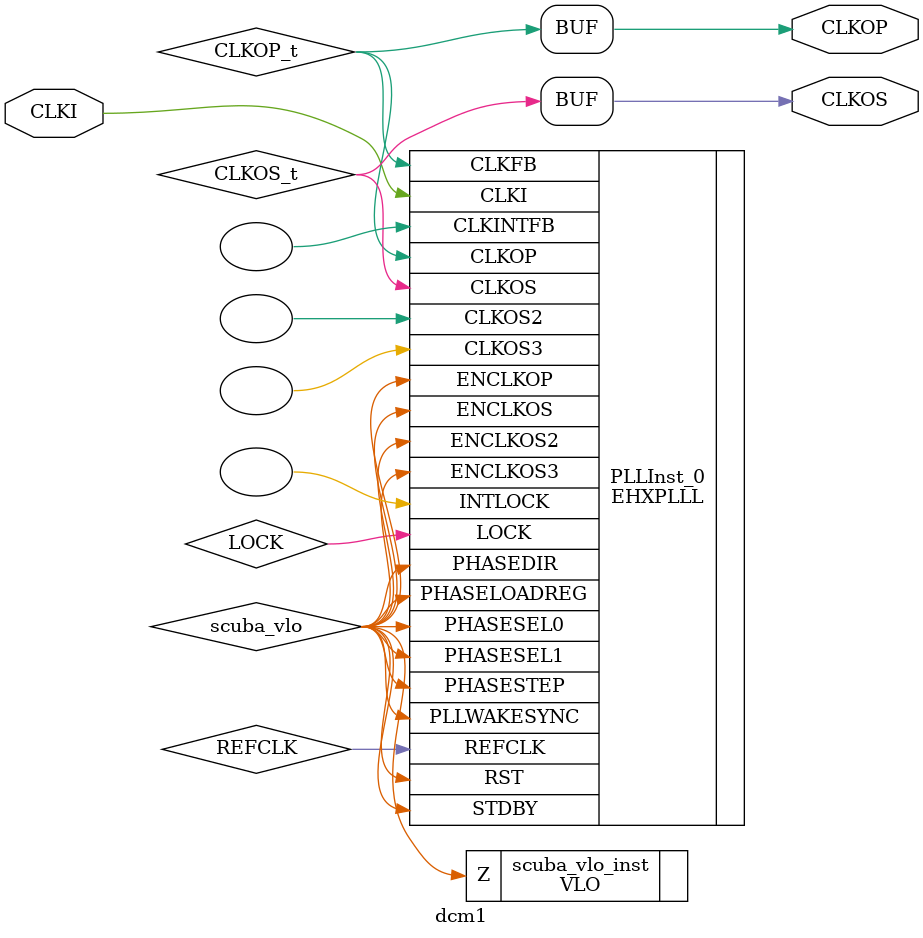
<source format=v>
/* Verilog netlist generated by SCUBA Diamond (64-bit) 3.9.1.119 */
/* Module Version: 5.7 */
/* C:\lscc\diamond\3.9_x64\ispfpga\bin\nt64\scuba.exe -w -n dcm1 -lang verilog -synth synplify -bus_exp 7 -bb -arch sa5p00 -type pll -fin 25.00 -fclkop 75 -fclkop_tol 5.0 -fclkos 375 -fclkos_tol 2.0 -phases 0 -phase_cntl STATIC -fb_mode 1 -bw HIGH -fdc C:/lscc/diamond/3.9_x64/examples/Oberon_SDRAM/dcm1/dcm1.fdc  */
/* Thu Feb 22 10:35:18 2018 */


`timescale 1 ns / 1 ps
module dcm1 (CLKI, CLKOP, CLKOS)/* synthesis NGD_DRC_MASK=1 */;
    input wire CLKI;
    output wire CLKOP;
    output wire CLKOS;

    wire REFCLK;
    wire LOCK;
    wire CLKOS_t;
    wire CLKOP_t;
    wire scuba_vhi;
    wire scuba_vlo;

    VHI scuba_vhi_inst (.Z(scuba_vhi));

    VLO scuba_vlo_inst (.Z(scuba_vlo));

    defparam PLLInst_0.PLLRST_ENA = "DISABLED" ;
    defparam PLLInst_0.INTFB_WAKE = "DISABLED" ;
    defparam PLLInst_0.STDBY_ENABLE = "DISABLED" ;
    defparam PLLInst_0.DPHASE_SOURCE = "DISABLED" ;
    defparam PLLInst_0.CLKOS3_FPHASE = 0 ;
    defparam PLLInst_0.CLKOS3_CPHASE = 0 ;
    defparam PLLInst_0.CLKOS2_FPHASE = 0 ;
    defparam PLLInst_0.CLKOS2_CPHASE = 0 ;
    defparam PLLInst_0.CLKOS_FPHASE = 0 ;
    defparam PLLInst_0.CLKOS_CPHASE = 1 ;
    defparam PLLInst_0.CLKOP_FPHASE = 0 ;
    defparam PLLInst_0.CLKOP_CPHASE = 9 ;
    defparam PLLInst_0.PLL_LOCK_MODE = 0 ;
    defparam PLLInst_0.CLKOS_TRIM_DELAY = 0 ;
    defparam PLLInst_0.CLKOS_TRIM_POL = "FALLING" ;
    defparam PLLInst_0.CLKOP_TRIM_DELAY = 0 ;
    defparam PLLInst_0.CLKOP_TRIM_POL = "FALLING" ;
    defparam PLLInst_0.OUTDIVIDER_MUXD = "DIVD" ;
    defparam PLLInst_0.CLKOS3_ENABLE = "DISABLED" ;
    defparam PLLInst_0.OUTDIVIDER_MUXC = "DIVC" ;
    defparam PLLInst_0.CLKOS2_ENABLE = "DISABLED" ;
    defparam PLLInst_0.OUTDIVIDER_MUXB = "DIVB" ;
    defparam PLLInst_0.CLKOS_ENABLE = "ENABLED" ;
    defparam PLLInst_0.OUTDIVIDER_MUXA = "DIVA" ;
    defparam PLLInst_0.CLKOP_ENABLE = "ENABLED" ;
    defparam PLLInst_0.CLKOS3_DIV = 1 ;
    defparam PLLInst_0.CLKOS2_DIV = 1 ;
    defparam PLLInst_0.CLKOS_DIV = 2 ;
    defparam PLLInst_0.CLKOP_DIV = 10 ;
    defparam PLLInst_0.CLKFB_DIV = 3 ;
    defparam PLLInst_0.CLKI_DIV = 1 ;
    defparam PLLInst_0.FEEDBK_PATH = "CLKOP" ;
    EHXPLLL PLLInst_0 (.CLKI(CLKI), .CLKFB(CLKOP_t), .PHASESEL1(scuba_vlo), 
        .PHASESEL0(scuba_vlo), .PHASEDIR(scuba_vlo), .PHASESTEP(scuba_vlo), 
        .PHASELOADREG(scuba_vlo), .STDBY(scuba_vlo), .PLLWAKESYNC(scuba_vlo), 
        .RST(scuba_vlo), .ENCLKOP(scuba_vlo), .ENCLKOS(scuba_vlo), .ENCLKOS2(scuba_vlo), 
        .ENCLKOS3(scuba_vlo), .CLKOP(CLKOP_t), .CLKOS(CLKOS_t), .CLKOS2(), 
        .CLKOS3(), .LOCK(LOCK), .INTLOCK(), .REFCLK(REFCLK), .CLKINTFB())
             /* synthesis FREQUENCY_PIN_CLKOS="375.000000" */
             /* synthesis FREQUENCY_PIN_CLKOP="75.000000" */
             /* synthesis FREQUENCY_PIN_CLKI="25.000000" */
             /* synthesis ICP_CURRENT="14" */
             /* synthesis LPF_RESISTOR="16" */;

    assign CLKOS = CLKOS_t;
    assign CLKOP = CLKOP_t;


    // exemplar begin
    // exemplar attribute PLLInst_0 FREQUENCY_PIN_CLKOS 375.000000
    // exemplar attribute PLLInst_0 FREQUENCY_PIN_CLKOP 75.000000
    // exemplar attribute PLLInst_0 FREQUENCY_PIN_CLKI 25.000000
    // exemplar attribute PLLInst_0 ICP_CURRENT 14
    // exemplar attribute PLLInst_0 LPF_RESISTOR 16
    // exemplar end

endmodule

</source>
